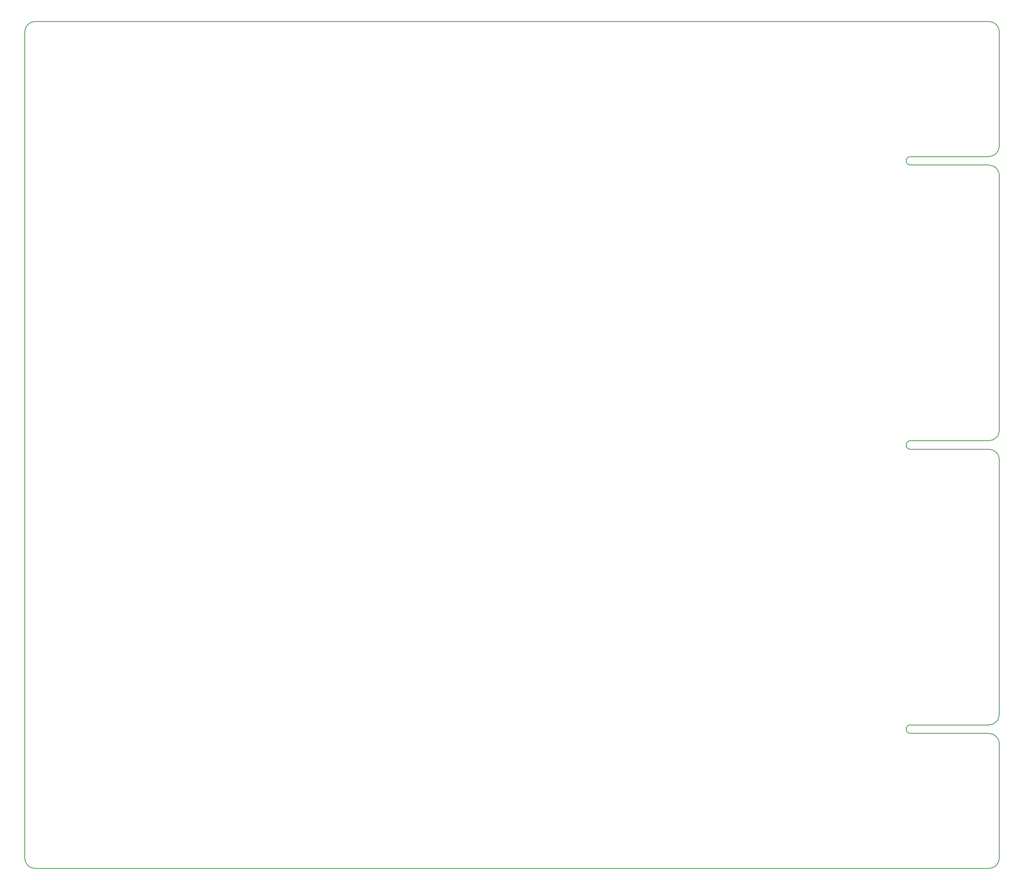
<source format=gbr>
G04 #@! TF.FileFunction,Profile,NP*
%FSLAX46Y46*%
G04 Gerber Fmt 4.6, Leading zero omitted, Abs format (unit mm)*
G04 Created by KiCad (PCBNEW 4.0.1-stable) date 11/01/2018 20:27:04*
%MOMM*%
G01*
G04 APERTURE LIST*
%ADD10C,0.100000*%
%ADD11C,0.150000*%
G04 APERTURE END LIST*
D10*
D11*
X290500000Y-146500000D02*
X290500000Y-86400000D01*
X290500000Y-213600000D02*
X290500000Y-153500000D01*
X269500000Y-216099998D02*
G75*
G03X269500000Y-218099998I0J-1000000D01*
G01*
X269500000Y-148999999D02*
G75*
G03X269500000Y-150999999I0J-1000000D01*
G01*
X288000000Y-216099998D02*
X269500000Y-216099998D01*
X288000000Y-148999999D02*
X269500000Y-149000000D01*
X269500000Y-218099998D02*
X288000000Y-218099998D01*
X269500000Y-151000000D02*
X288000000Y-150999999D01*
X290500000Y-220599998D02*
G75*
G03X288000000Y-218099998I-2500000J0D01*
G01*
X290500000Y-153499999D02*
G75*
G03X288000000Y-150999999I-2500000J0D01*
G01*
X288000000Y-216099998D02*
G75*
G03X290500000Y-213599998I0J2500000D01*
G01*
X288000000Y-148999999D02*
G75*
G03X290500000Y-146499999I0J2500000D01*
G01*
X288000000Y-81900000D02*
G75*
G03X290500000Y-79400000I0J2500000D01*
G01*
X290500000Y-86400000D02*
G75*
G03X288000000Y-83900000I-2500000J0D01*
G01*
X269500000Y-81900000D02*
G75*
G03X269500000Y-83900000I0J-1000000D01*
G01*
X290500000Y-79400000D02*
X290500000Y-52500000D01*
X269500000Y-83900000D02*
X288000000Y-83900000D01*
X288000000Y-81900000D02*
X269500000Y-81900000D01*
X290500000Y-220600000D02*
X290500000Y-247500000D01*
X288000000Y-250000000D02*
G75*
G03X290500000Y-247500000I0J2500000D01*
G01*
X288000000Y-250000000D02*
X63000000Y-250000000D01*
X290500000Y-52500000D02*
G75*
G03X288000000Y-50000000I-2500000J0D01*
G01*
X60500000Y-247500000D02*
G75*
G03X63000000Y-250000000I2500000J0D01*
G01*
X63000000Y-50000000D02*
G75*
G03X60500000Y-52500000I0J-2500000D01*
G01*
X288000000Y-50000000D02*
X63000000Y-50000000D01*
X60500000Y-52500000D02*
X60500000Y-247500000D01*
M02*

</source>
